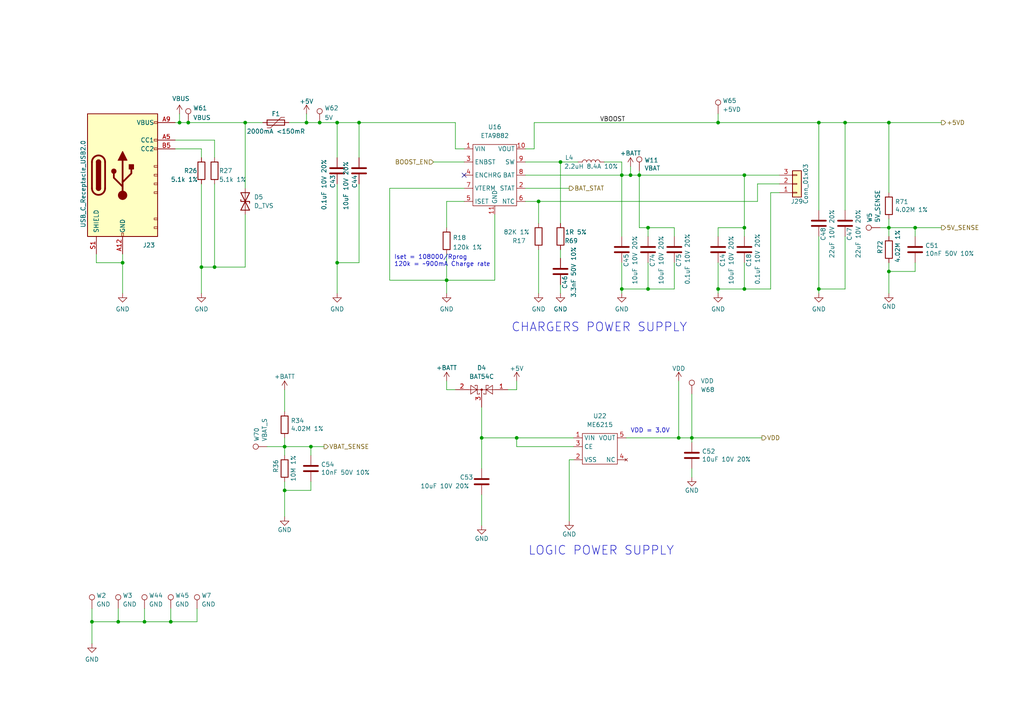
<source format=kicad_sch>
(kicad_sch (version 20230121) (generator eeschema)
  (paper "A4")
  (lib_symbols
    (symbol "Connector_Generic:Conn_01x03" (pin_names (offset 1.016) hide)
      (property "Reference" "J" (at 0 5.08 0))
      (property "Value" "Conn_01x03" (at 0 -5.08 0))
      (symbol "Conn_01x03_1_1"
        (rectangle (start -1.27 -2.413) (end 0 -2.667) (stroke (width 0.1524)))
        (rectangle (start -1.27 0.127) (end 0 -0.127) (stroke (width 0.1524)))
        (rectangle (start -1.27 2.667) (end 0 2.413) (stroke (width 0.1524)))
        (rectangle (start -1.27 3.81) (end 1.27 -3.81) (stroke (width 0.254)) (fill (type background)))
        (pin passive line (at -5.08 2.54 0) (length 3.81) (name "Pin_1") (number "1"))
        (pin passive line (at -5.08 0 0) (length 3.81) (name "Pin_2") (number "2"))
        (pin passive line (at -5.08 -2.54 0) (length 3.81) (name "Pin_3") (number "3"))
      )
    )
    (symbol "Device:C" (pin_numbers hide) (pin_names (offset 0.254))
      (property "Reference" "C" (at 0.635 2.54 0))
      (property "Value" "C" (at 0.635 -2.54 0))
      (symbol "C_0_1"
        (polyline (pts (xy -2.032 -0.762) (xy 2.032 -0.762)) (stroke (width 0.508)))
        (polyline (pts (xy -2.032 0.762) (xy 2.032 0.762)) (stroke (width 0.508)))
      )
      (symbol "C_1_1"
        (pin passive line (at 0 3.81 270) (length 2.794) (name "~") (number "1"))
        (pin passive line (at 0 -3.81 90) (length 2.794) (name "~") (number "2"))
      )
    )
    (symbol "Device:D_TVS" (pin_numbers hide) (pin_names (offset 1.016) hide)
      (property "Reference" "D" (at 0 2.54 0))
      (property "Value" "D_TVS" (at 0 -2.54 0))
      (symbol "D_TVS_0_1"
        (polyline (pts (xy 1.27 0) (xy -1.27 0)))
        (polyline (pts (xy 0.508 1.27) (xy 0 1.27) (xy 0 -1.27) (xy -0.508 -1.27)) (stroke (width 0.254)))
        (polyline (pts (xy -2.54 1.27) (xy -2.54 -1.27) (xy 2.54 1.27) (xy 2.54 -1.27) (xy -2.54 1.27)) (stroke (width 0.254)))
      )
      (symbol "D_TVS_1_1"
        (pin passive line (at -3.81 0 0) (length 2.54) (name "A1") (number "1"))
        (pin passive line (at 3.81 0 180) (length 2.54) (name "A2") (number "2"))
      )
    )
    (symbol "Device:L" (pin_numbers hide) (pin_names (offset 1.016) hide)
      (property "Reference" "L" (at -1.27 0 90))
      (property "Value" "L" (at 1.905 0 90))
      (symbol "L_0_1"
        (arc (start 0 -2.54) (mid 0.6323 -1.905) (end 0 -1.27))
        (arc (start 0 -1.27) (mid 0.6323 -0.635) (end 0 0))
        (arc (start 0 0) (mid 0.6323 0.635) (end 0 1.27))
        (arc (start 0 1.27) (mid 0.6323 1.905) (end 0 2.54))
      )
      (symbol "L_1_1"
        (pin passive line (at 0 3.81 270) (length 1.27) (name "1") (number "1"))
        (pin passive line (at 0 -3.81 90) (length 1.27) (name "2") (number "2"))
      )
    )
    (symbol "Device:Polyfuse" (pin_numbers hide) (pin_names (offset 0))
      (property "Reference" "F" (at -2.54 0 90))
      (property "Value" "Polyfuse" (at 2.54 0 90))
      (symbol "Polyfuse_0_1"
        (rectangle (start -0.762 2.54) (end 0.762 -2.54) (stroke (width 0.254)))
        (polyline (pts (xy 0 2.54) (xy 0 -2.54)))
        (polyline (pts (xy -1.524 2.54) (xy -1.524 1.524) (xy 1.524 -1.524) (xy 1.524 -2.54)))
      )
      (symbol "Polyfuse_1_1"
        (pin passive line (at 0 3.81 270) (length 1.27) (name "~") (number "1"))
        (pin passive line (at 0 -3.81 90) (length 1.27) (name "~") (number "2"))
      )
    )
    (symbol "Device:R" (pin_numbers hide) (pin_names (offset 0))
      (property "Reference" "R" (at 2.032 0 90))
      (property "Value" "R" (at 0 0 90))
      (symbol "R_0_1"
        (rectangle (start -1.016 -2.54) (end 1.016 2.54) (stroke (width 0.254)))
      )
      (symbol "R_1_1"
        (pin passive line (at 0 3.81 270) (length 1.27) (name "~") (number "1"))
        (pin passive line (at 0 -3.81 90) (length 1.27) (name "~") (number "2"))
      )
    )
    (symbol "Diode:BAT54C" (pin_names (offset 1.016))
      (property "Reference" "D" (at 0.635 -3.81 0))
      (property "Value" "BAT54C" (at -6.35 3.175 0))
      (symbol "BAT54C_0_1"
        (polyline (pts (xy -1.905 0) (xy 1.905 0)))
        (polyline (pts (xy -1.905 1.27) (xy -1.905 1.016)))
        (polyline (pts (xy -1.27 -1.27) (xy -0.635 -1.27)))
        (polyline (pts (xy -1.27 0) (xy -3.81 0)))
        (polyline (pts (xy -1.27 1.27) (xy -1.905 1.27)))
        (polyline (pts (xy -1.27 1.27) (xy -1.27 -1.27)))
        (polyline (pts (xy -0.635 -1.27) (xy -0.635 -1.016)))
        (polyline (pts (xy 0.635 -1.27) (xy 0.635 -1.016)))
        (polyline (pts (xy 1.27 -1.27) (xy 0.635 -1.27)))
        (polyline (pts (xy 1.27 1.27) (xy 1.27 -1.27)))
        (polyline (pts (xy 1.27 1.27) (xy 1.905 1.27)))
        (polyline (pts (xy 1.905 1.27) (xy 1.905 1.016)))
        (polyline (pts (xy 3.81 0) (xy 1.27 0)))
        (polyline (pts (xy -3.175 -1.27) (xy -3.175 1.27) (xy -1.27 0) (xy -3.175 -1.27)))
        (polyline (pts (xy 3.175 -1.27) (xy 3.175 1.27) (xy 1.27 0) (xy 3.175 -1.27)))
        (circle (center 0 0) (radius 0.254) (fill (type outline)))
      )
      (symbol "BAT54C_1_1"
        (pin passive line (at -7.62 0 0) (length 3.81) (name "~") (number "1"))
        (pin passive line (at 7.62 0 180) (length 3.81) (name "~") (number "2"))
        (pin passive line (at 0 -5.08 90) (length 5.08) (name "~") (number "3"))
      )
    )
    (symbol "Pixels-dice:ETA9882"
      (property "Reference" "U" (at -5.08 -17.78 0))
      (property "Value" "ETA9882" (at -10.16 2.54 0))
      (symbol "ETA9882_0_1"
        (rectangle (start -16.51 1.27) (end -3.81 -16.51))
      )
      (symbol "ETA9882_1_1"
        (pin power_in line (at -19.05 0 0) (length 2.54) (name "VIN") (number "1"))
        (pin power_out line (at -1.27 0 180) (length 2.54) (name "VOUT") (number "10"))
        (pin power_out line (at -10.16 -19.05 90) (length 2.54) (name "GND") (number "11"))
        (pin output line (at -1.27 -11.43 180) (length 2.54) (name "STAT") (number "2"))
        (pin input line (at -19.05 -3.81 0) (length 2.54) (name "ENBST") (number "3"))
        (pin input line (at -19.05 -7.62 0) (length 2.54) (name "ENCHRG") (number "4"))
        (pin output line (at -19.05 -15.24 0) (length 2.54) (name "ISET") (number "5"))
        (pin input line (at -1.27 -15.24 180) (length 2.54) (name "NTC") (number "6"))
        (pin input line (at -19.05 -11.43 0) (length 2.54) (name "VTERM") (number "7"))
        (pin power_in line (at -1.27 -7.62 180) (length 2.54) (name "BAT") (number "8"))
        (pin output line (at -1.27 -3.81 180) (length 2.54) (name "SW") (number "9"))
      )
    )
    (symbol "Pixels-dice:ME6215"
      (property "Reference" "U" (at 3.175 -6.35 0))
      (property "Value" "ME6215" (at 0 5.08 0))
      (symbol "ME6215_0_1"
        (rectangle (start -5.08 3.81) (end 5.08 -5.08))
      )
      (symbol "ME6215_1_1"
        (pin power_in line (at -7.62 2.54 0) (length 2.54) (name "VIN") (number "1"))
        (pin power_in line (at -7.62 -3.81 0) (length 2.54) (name "VSS") (number "2"))
        (pin input line (at -7.62 0 0) (length 2.54) (name "CE") (number "3"))
        (pin no_connect line (at 7.62 -3.81 180) (length 2.54) (name "NC") (number "4"))
        (pin power_out line (at 7.62 2.54 180) (length 2.54) (name "VOUT") (number "5"))
      )
    )
    (symbol "Pixels-dice:TEST_1P-conn" (pin_numbers hide) (pin_names (offset 0.762) hide)
      (property "Reference" "W" (at 0 6.858 0))
      (property "Value" "TEST_1P-conn" (at 0 5.08 0))
      (symbol "TEST_1P-conn_0_1"
        (circle (center 0 3.302) (radius 0.762))
      )
      (symbol "TEST_1P-conn_1_1"
        (pin passive line (at 0 0 90) (length 2.54) (name "1") (number "1"))
      )
    )
    (symbol "Pixels-dice:USB_C_Receptacle_USB2.0" (pin_names (offset 1.016))
      (property "Reference" "J" (at -10.16 19.05 0))
      (property "Value" "USB_C_Receptacle_USB2.0" (at 19.05 19.05 0))
      (symbol "USB_C_Receptacle_USB2.0_0_0"
        (rectangle (start -0.254 -17.78) (end 0.254 -16.764))
        (rectangle (start 10.16 -14.986) (end 9.144 -15.494))
        (rectangle (start 10.16 -12.446) (end 9.144 -12.954))
        (rectangle (start 10.16 -4.826) (end 9.144 -5.334))
        (rectangle (start 10.16 -2.286) (end 9.144 -2.794))
        (rectangle (start 10.16 0.254) (end 9.144 -0.254))
        (rectangle (start 10.16 2.794) (end 9.144 2.286))
        (rectangle (start 10.16 7.874) (end 9.144 7.366))
        (rectangle (start 10.16 10.414) (end 9.144 9.906))
        (rectangle (start 10.16 15.494) (end 9.144 14.986))
      )
      (symbol "USB_C_Receptacle_USB2.0_0_1"
        (rectangle (start -10.16 17.78) (end 10.16 -17.78) (stroke (width 0.254)) (fill (type background)))
        (arc (start -8.89 -3.81) (mid -6.985 -5.7067) (end -5.08 -3.81) (stroke (width 0.508)))
        (arc (start -7.62 -3.81) (mid -6.985 -4.4423) (end -6.35 -3.81) (stroke (width 0.254)))
        (arc (start -7.62 -3.81) (mid -6.985 -4.4423) (end -6.35 -3.81) (stroke (width 0.254)) (fill (type outline)))
        (rectangle (start -7.62 -3.81) (end -6.35 3.81) (stroke (width 0.254)) (fill (type outline)))
        (arc (start -6.35 3.81) (mid -6.985 4.4423) (end -7.62 3.81) (stroke (width 0.254)))
        (arc (start -6.35 3.81) (mid -6.985 4.4423) (end -7.62 3.81) (stroke (width 0.254)) (fill (type outline)))
        (arc (start -5.08 3.81) (mid -6.985 5.7067) (end -8.89 3.81) (stroke (width 0.508)))
        (circle (center -2.54 1.143) (radius 0.635) (stroke (width 0.254)) (fill (type outline)))
        (circle (center 0 -5.842) (radius 1.27) (fill (type outline)))
        (polyline (pts (xy -8.89 -3.81) (xy -8.89 3.81)) (stroke (width 0.508)))
        (polyline (pts (xy -5.08 3.81) (xy -5.08 -3.81)) (stroke (width 0.508)))
        (polyline (pts (xy 0 -5.842) (xy 0 4.318)) (stroke (width 0.508)))
        (polyline (pts (xy 0 -3.302) (xy -2.54 -0.762) (xy -2.54 0.508)) (stroke (width 0.508)))
        (polyline (pts (xy 0 -2.032) (xy 2.54 0.508) (xy 2.54 1.778)) (stroke (width 0.508)))
        (polyline (pts (xy -1.27 4.318) (xy 0 6.858) (xy 1.27 4.318) (xy -1.27 4.318)) (stroke (width 0.254)) (fill (type outline)))
        (rectangle (start 1.905 1.778) (end 3.175 3.048) (stroke (width 0.254)) (fill (type outline)))
      )
      (symbol "USB_C_Receptacle_USB2.0_1_1"
        (pin passive line (at 0 -22.86 90) (length 5.08) (name "GND") (number "A12"))
        (pin bidirectional line (at 15.24 10.16 180) (length 5.08) (name "CC1") (number "A5"))
        (pin passive line (at 15.24 15.24 180) (length 5.08) (name "VBUS") (number "A9"))
        (pin passive line (at 0 -22.86 90) (length 5.08) hide (name "GND") (number "B12"))
        (pin bidirectional line (at 15.24 7.62 180) (length 5.08) (name "CC2") (number "B5"))
        (pin passive line (at 15.24 15.24 180) (length 5.08) hide (name "VBUS") (number "B9"))
        (pin passive line (at -7.62 -22.86 90) (length 5.08) (name "SHIELD") (number "S1"))
      )
    )
    (symbol "power:+5V" (power) (pin_names (offset 0))
      (property "Value" "+5V" (at 0 3.556 0))
      (symbol "+5V_0_1"
        (polyline (pts (xy -0.762 1.27) (xy 0 2.54)))
        (polyline (pts (xy 0 0) (xy 0 2.54)))
        (polyline (pts (xy 0 2.54) (xy 0.762 1.27)))
      )
      (symbol "+5V_1_1"
        (pin power_in line (at 0 0 90) (length 0) hide (name "+5V") (number "1"))
      )
    )
    (symbol "power:+BATT" (power) (pin_names (offset 0))
      (property "Value" "+BATT" (at 0 3.556 0))
      (symbol "+BATT_0_1"
        (polyline (pts (xy -0.762 1.27) (xy 0 2.54)))
        (polyline (pts (xy 0 0) (xy 0 2.54)))
        (polyline (pts (xy 0 2.54) (xy 0.762 1.27)))
      )
      (symbol "+BATT_1_1"
        (pin power_in line (at 0 0 90) (length 0) hide (name "+BATT") (number "1"))
      )
    )
    (symbol "power:GND" (power) (pin_names (offset 0))
      (property "Value" "GND" (at 0 -3.81 0))
      (symbol "GND_0_1"
        (polyline (pts (xy 0 0) (xy 0 -1.27) (xy 1.27 -1.27) (xy 0 -2.54) (xy -1.27 -1.27) (xy 0 -1.27)))
      )
      (symbol "GND_1_1"
        (pin power_in line (at 0 0 270) (length 0) hide (name "GND") (number "1"))
      )
    )
    (symbol "power:VBUS" (power) (pin_names (offset 0))
      (property "Value" "VBUS" (at 0 3.81 0))
      (symbol "VBUS_0_1"
        (polyline (pts (xy -0.762 1.27) (xy 0 2.54)))
        (polyline (pts (xy 0 0) (xy 0 2.54)))
        (polyline (pts (xy 0 2.54) (xy 0.762 1.27)))
      )
      (symbol "VBUS_1_1"
        (pin power_in line (at 0 0 90) (length 0) hide (name "VBUS") (number "1"))
      )
    )
    (symbol "power:VDD" (power) (pin_names (offset 0))
      (property "Value" "VDD" (at 0 3.81 0))
      (symbol "VDD_0_1"
        (polyline (pts (xy -0.762 1.27) (xy 0 2.54)))
        (polyline (pts (xy 0 0) (xy 0 2.54)))
        (polyline (pts (xy 0 2.54) (xy 0.762 1.27)))
      )
      (symbol "VDD_1_1"
        (pin power_in line (at 0 0 90) (length 0) hide (name "VDD") (number "1"))
      )
    )
  )
  (junction (at 196.85 127))
  (junction (at 180.34 50.8))
  (junction (at 237.49 83.82))
  (junction (at 200.66 127))
  (junction (at 49.53 180.34))
  (junction (at 62.23 77.47))
  (junction (at 90.17 129.54))
  (junction (at 257.81 35.56))
  (junction (at 129.54 81.28))
  (junction (at 52.07 35.56))
  (junction (at 180.34 83.82))
  (junction (at 88.9 35.56))
  (junction (at 215.9 66.04))
  (junction (at 34.29 180.34))
  (junction (at 35.56 76.2))
  (junction (at 149.86 127))
  (junction (at 215.9 50.8))
  (junction (at 92.71 35.56))
  (junction (at 208.28 83.82))
  (junction (at 58.42 77.47))
  (junction (at 187.96 83.82))
  (junction (at 265.43 66.04))
  (junction (at 71.12 35.56))
  (junction (at 245.11 35.56))
  (junction (at 82.55 142.24))
  (junction (at 257.81 78.74))
  (junction (at 41.91 180.34))
  (junction (at 185.42 50.8))
  (junction (at 156.21 58.42))
  (junction (at 97.79 35.56))
  (junction (at 97.79 76.2))
  (junction (at 182.88 50.8))
  (junction (at 162.56 46.99))
  (junction (at 257.81 66.04))
  (junction (at 215.9 83.82))
  (junction (at 104.14 35.56))
  (junction (at 208.28 35.56))
  (junction (at 82.55 129.54))
  (junction (at 139.7 127))
  (junction (at 26.67 180.34))
  (junction (at 187.96 66.04))
  (junction (at 237.49 35.56))
  (junction (at 54.61 35.56))
  (no_connect (at 134.62 50.8))
  (wire (pts (xy 257.81 35.56) (xy 273.05 35.56)))
  (wire (pts (xy 52.07 33.02) (xy 52.07 35.56)))
  (wire (pts (xy 265.43 76.2) (xy 265.43 78.74)))
  (wire (pts (xy 62.23 53.34) (xy 62.23 77.47)))
  (wire (pts (xy 26.67 180.34) (xy 26.67 186.69)))
  (wire (pts (xy 195.58 76.2) (xy 195.58 83.82)))
  (wire (pts (xy 208.28 66.04) (xy 215.9 66.04)))
  (wire (pts (xy 219.71 53.34) (xy 226.06 53.34)))
  (wire (pts (xy 149.86 127) (xy 166.37 127)))
  (wire (pts (xy 265.43 66.04) (xy 265.43 68.58)))
  (wire (pts (xy 245.11 83.82) (xy 237.49 83.82)))
  (wire (pts (xy 180.34 46.99) (xy 180.34 50.8)))
  (wire (pts (xy 139.7 143.51) (xy 139.7 152.4)))
  (wire (pts (xy 185.42 50.8) (xy 215.9 50.8)))
  (wire (pts (xy 129.54 113.03) (xy 132.08 113.03)))
  (wire (pts (xy 265.43 66.04) (xy 273.05 66.04)))
  (wire (pts (xy 134.62 54.61) (xy 113.03 54.61)))
  (wire (pts (xy 165.1 133.35) (xy 165.1 151.13)))
  (wire (pts (xy 97.79 53.34) (xy 97.79 76.2)))
  (wire (pts (xy 97.79 35.56) (xy 97.79 45.72)))
  (wire (pts (xy 187.96 76.2) (xy 187.96 83.82)))
  (wire (pts (xy 35.56 73.66) (xy 35.56 76.2)))
  (wire (pts (xy 88.9 33.02) (xy 88.9 35.56)))
  (wire (pts (xy 223.52 55.88) (xy 226.06 55.88)))
  (wire (pts (xy 185.42 49.53) (xy 185.42 50.8)))
  (wire (pts (xy 90.17 142.24) (xy 82.55 142.24)))
  (wire (pts (xy 257.81 63.5) (xy 257.81 66.04)))
  (wire (pts (xy 185.42 66.04) (xy 185.42 50.8)))
  (wire (pts (xy 152.4 50.8) (xy 180.34 50.8)))
  (wire (pts (xy 82.55 113.03) (xy 82.55 119.38)))
  (wire (pts (xy 257.81 66.04) (xy 265.43 66.04)))
  (wire (pts (xy 113.03 54.61) (xy 113.03 81.28)))
  (wire (pts (xy 215.9 50.8) (xy 215.9 66.04)))
  (wire (pts (xy 71.12 62.23) (xy 71.12 77.47)))
  (wire (pts (xy 139.7 118.11) (xy 139.7 127)))
  (wire (pts (xy 223.52 55.88) (xy 223.52 83.82)))
  (wire (pts (xy 219.71 53.34) (xy 219.71 58.42)))
  (wire (pts (xy 58.42 43.18) (xy 58.42 45.72)))
  (wire (pts (xy 257.81 76.2) (xy 257.81 78.74)))
  (wire (pts (xy 62.23 77.47) (xy 58.42 77.47)))
  (wire (pts (xy 129.54 58.42) (xy 129.54 66.04)))
  (wire (pts (xy 245.11 35.56) (xy 257.81 35.56)))
  (wire (pts (xy 223.52 83.82) (xy 215.9 83.82)))
  (wire (pts (xy 27.94 76.2) (xy 35.56 76.2)))
  (wire (pts (xy 104.14 76.2) (xy 97.79 76.2)))
  (wire (pts (xy 162.56 46.99) (xy 162.56 64.77)))
  (wire (pts (xy 208.28 35.56) (xy 237.49 35.56)))
  (wire (pts (xy 26.67 180.34) (xy 34.29 180.34)))
  (wire (pts (xy 139.7 127) (xy 149.86 127)))
  (wire (pts (xy 104.14 35.56) (xy 104.14 45.72)))
  (wire (pts (xy 27.94 73.66) (xy 27.94 76.2)))
  (wire (pts (xy 90.17 139.7) (xy 90.17 142.24)))
  (wire (pts (xy 200.66 135.89) (xy 200.66 138.43)))
  (wire (pts (xy 200.66 127) (xy 200.66 128.27)))
  (wire (pts (xy 196.85 110.49) (xy 196.85 127)))
  (wire (pts (xy 104.14 35.56) (xy 132.08 35.56)))
  (wire (pts (xy 90.17 129.54) (xy 90.17 132.08)))
  (wire (pts (xy 77.47 129.54) (xy 82.55 129.54)))
  (wire (pts (xy 156.21 58.42) (xy 156.21 64.77)))
  (wire (pts (xy 181.61 127) (xy 196.85 127)))
  (wire (pts (xy 180.34 50.8) (xy 180.34 68.58)))
  (wire (pts (xy 97.79 76.2) (xy 97.79 85.09)))
  (wire (pts (xy 208.28 33.02) (xy 208.28 35.56)))
  (wire (pts (xy 149.86 110.49) (xy 149.86 113.03)))
  (wire (pts (xy 237.49 68.58) (xy 237.49 83.82)))
  (wire (pts (xy 182.88 48.26) (xy 182.88 50.8)))
  (wire (pts (xy 196.85 127) (xy 200.66 127)))
  (wire (pts (xy 208.28 68.58) (xy 208.28 66.04)))
  (wire (pts (xy 200.66 114.3) (xy 200.66 127)))
  (wire (pts (xy 82.55 129.54) (xy 90.17 129.54)))
  (wire (pts (xy 149.86 127) (xy 149.86 129.54)))
  (wire (pts (xy 215.9 66.04) (xy 215.9 68.58)))
  (wire (pts (xy 57.15 180.34) (xy 57.15 176.53)))
  (wire (pts (xy 187.96 83.82) (xy 195.58 83.82)))
  (wire (pts (xy 187.96 66.04) (xy 195.58 66.04)))
  (wire (pts (xy 162.56 46.99) (xy 167.64 46.99)))
  (wire (pts (xy 113.03 81.28) (xy 129.54 81.28)))
  (wire (pts (xy 215.9 76.2) (xy 215.9 83.82)))
  (wire (pts (xy 58.42 77.47) (xy 58.42 85.09)))
  (wire (pts (xy 92.71 35.56) (xy 97.79 35.56)))
  (wire (pts (xy 245.11 68.58) (xy 245.11 83.82)))
  (wire (pts (xy 129.54 73.66) (xy 129.54 81.28)))
  (wire (pts (xy 195.58 66.04) (xy 195.58 68.58)))
  (wire (pts (xy 154.94 35.56) (xy 208.28 35.56)))
  (wire (pts (xy 166.37 129.54) (xy 149.86 129.54)))
  (wire (pts (xy 187.96 68.58) (xy 187.96 66.04)))
  (wire (pts (xy 83.82 35.56) (xy 88.9 35.56)))
  (wire (pts (xy 257.81 78.74) (xy 257.81 85.09)))
  (wire (pts (xy 88.9 35.56) (xy 92.71 35.56)))
  (wire (pts (xy 50.8 40.64) (xy 62.23 40.64)))
  (wire (pts (xy 54.61 35.56) (xy 71.12 35.56)))
  (wire (pts (xy 132.08 35.56) (xy 132.08 43.18)))
  (wire (pts (xy 82.55 142.24) (xy 82.55 149.86)))
  (wire (pts (xy 237.49 35.56) (xy 237.49 60.96)))
  (wire (pts (xy 97.79 35.56) (xy 104.14 35.56)))
  (wire (pts (xy 104.14 53.34) (xy 104.14 76.2)))
  (wire (pts (xy 219.71 58.42) (xy 156.21 58.42)))
  (wire (pts (xy 34.29 180.34) (xy 34.29 176.53)))
  (wire (pts (xy 129.54 110.49) (xy 129.54 113.03)))
  (wire (pts (xy 82.55 139.7) (xy 82.55 142.24)))
  (wire (pts (xy 71.12 35.56) (xy 71.12 54.61)))
  (wire (pts (xy 185.42 66.04) (xy 187.96 66.04)))
  (wire (pts (xy 132.08 43.18) (xy 134.62 43.18)))
  (wire (pts (xy 154.94 35.56) (xy 154.94 43.18)))
  (wire (pts (xy 50.8 35.56) (xy 52.07 35.56)))
  (wire (pts (xy 257.81 66.04) (xy 257.81 68.58)))
  (wire (pts (xy 41.91 180.34) (xy 49.53 180.34)))
  (wire (pts (xy 156.21 72.39) (xy 156.21 85.09)))
  (wire (pts (xy 71.12 35.56) (xy 76.2 35.56)))
  (wire (pts (xy 125.73 46.99) (xy 134.62 46.99)))
  (wire (pts (xy 129.54 81.28) (xy 143.51 81.28)))
  (wire (pts (xy 237.49 83.82) (xy 237.49 85.09)))
  (wire (pts (xy 215.9 50.8) (xy 226.06 50.8)))
  (wire (pts (xy 180.34 76.2) (xy 180.34 83.82)))
  (wire (pts (xy 49.53 180.34) (xy 57.15 180.34)))
  (wire (pts (xy 26.67 176.53) (xy 26.67 180.34)))
  (wire (pts (xy 41.91 180.34) (xy 41.91 176.53)))
  (wire (pts (xy 50.8 43.18) (xy 58.42 43.18)))
  (wire (pts (xy 162.56 82.55) (xy 162.56 85.09)))
  (wire (pts (xy 71.12 77.47) (xy 62.23 77.47)))
  (wire (pts (xy 149.86 113.03) (xy 147.32 113.03)))
  (wire (pts (xy 143.51 62.23) (xy 143.51 81.28)))
  (wire (pts (xy 257.81 35.56) (xy 257.81 55.88)))
  (wire (pts (xy 152.4 54.61) (xy 165.1 54.61)))
  (wire (pts (xy 129.54 58.42) (xy 134.62 58.42)))
  (wire (pts (xy 175.26 46.99) (xy 180.34 46.99)))
  (wire (pts (xy 62.23 40.64) (xy 62.23 45.72)))
  (wire (pts (xy 215.9 83.82) (xy 208.28 83.82)))
  (wire (pts (xy 255.27 66.04) (xy 257.81 66.04)))
  (wire (pts (xy 265.43 78.74) (xy 257.81 78.74)))
  (wire (pts (xy 49.53 180.34) (xy 49.53 176.53)))
  (wire (pts (xy 139.7 135.89) (xy 139.7 127)))
  (wire (pts (xy 154.94 43.18) (xy 152.4 43.18)))
  (wire (pts (xy 180.34 50.8) (xy 182.88 50.8)))
  (wire (pts (xy 52.07 35.56) (xy 54.61 35.56)))
  (wire (pts (xy 165.1 133.35) (xy 166.37 133.35)))
  (wire (pts (xy 35.56 76.2) (xy 35.56 85.09)))
  (wire (pts (xy 208.28 83.82) (xy 208.28 85.09)))
  (wire (pts (xy 182.88 50.8) (xy 185.42 50.8)))
  (wire (pts (xy 200.66 127) (xy 220.98 127)))
  (wire (pts (xy 58.42 53.34) (xy 58.42 77.47)))
  (wire (pts (xy 82.55 127) (xy 82.55 129.54)))
  (wire (pts (xy 82.55 129.54) (xy 82.55 132.08)))
  (wire (pts (xy 90.17 129.54) (xy 93.98 129.54)))
  (wire (pts (xy 152.4 46.99) (xy 162.56 46.99)))
  (wire (pts (xy 245.11 35.56) (xy 245.11 60.96)))
  (wire (pts (xy 34.29 180.34) (xy 41.91 180.34)))
  (wire (pts (xy 129.54 81.28) (xy 129.54 85.09)))
  (wire (pts (xy 162.56 72.39) (xy 162.56 74.93)))
  (wire (pts (xy 152.4 58.42) (xy 156.21 58.42)))
  (wire (pts (xy 180.34 83.82) (xy 187.96 83.82)))
  (wire (pts (xy 237.49 35.56) (xy 245.11 35.56)))
  (wire (pts (xy 180.34 83.82) (xy 180.34 85.09)))
  (wire (pts (xy 208.28 76.2) (xy 208.28 83.82)))
  (text "CHARGERS POWER SUPPLY" (at 199.39 96.52 0) (effects (font (size 2.54 2.54)) (justify right bottom)))
  (text "VDD = 3.0V" (at 194.31 125.73 0) (effects (font (size 1.27 1.27)) (justify right bottom)))
  (text "Iset = 108000/Rprog\n120k = ~900mA Charge rate" (at 114.3 77.47 0) (effects (font (size 1.27 1.27)) (justify left bottom)))
  (text "LOGIC POWER SUPPLY" (at 195.58 161.29 0) (effects (font (size 2.54 2.54)) (justify right bottom)))
  (label "VBOOST" (at 173.99 35.56 0))
  (hierarchical_label "VDD" (shape output) (at 220.98 127 0))
  (hierarchical_label "VBAT_SENSE" (shape output) (at 93.98 129.54 0))
  (hierarchical_label "5V_SENSE" (shape output) (at 273.05 66.04 0))
  (hierarchical_label "BAT_STAT" (shape output) (at 165.1 54.61 0))
  (hierarchical_label "+5VD" (shape output) (at 273.05 35.56 0))
  (hierarchical_label "BOOST_EN" (shape input) (at 125.73 46.99 180))
  (symbol (lib_id "power:GND") (at 180.34 85.09 0) (unit 1)
    (property "Reference" "#PWR0104" (effects hide))
    (property "Value" "GND" (at 180.34 89.6525 0))
  )
  (symbol (lib_id "Pixels-dice:TEST_1P-conn") (at 208.28 33.02 0) (unit 1)
    (property "Reference" "W65" (at 209.55 29.21 0) (effects (justify left)))
    (property "Value" "+5VD" (at 209.55 31.75 0) (effects (justify left)))
    (property "Footprint" "Pixels-dice:TestPoint_1.5x1.5_Drill0.9mm" (effects hide))
  )
  (symbol (lib_id "Device:C") (at 180.34 72.39 0) (unit 1)
    (property "Reference" "C45" (at 181.61 77.47 90) (effects (justify left)))
    (property "Value" "10uF 10V 20%" (at 184.15 82.55 90) (effects (justify left)))
    (property "Footprint" "Capacitor_SMD:C_0603_1608Metric" (effects hide))
    (property "Generic OK" "YES" (effects hide))
    (property "Manufacturer" "Murata" (effects hide))
    (property "Manufacturer Part Number" "GRM188R61A106ME69D" (effects hide))
  )
  (symbol (lib_id "power:+5V") (at 88.9 33.02 0) (unit 1)
    (property "Reference" "#PWR059" (effects hide))
    (property "Value" "+5V" (at 88.9 29.4155 0))
  )
  (symbol (lib_id "power:+5V") (at 149.86 110.49 0) (unit 1)
    (property "Reference" "#PWR085" (effects hide))
    (property "Value" "+5V" (at 149.86 106.8855 0))
  )
  (symbol (lib_id "Pixels-dice:TEST_1P-conn") (at 92.71 35.56 0) (unit 1)
    (property "Reference" "W62" (at 94.107 31.3495 0) (effects (justify left)))
    (property "Value" "5V" (at 94.107 34.1246 0) (effects (justify left)))
    (property "Footprint" "Pixels-dice:TEST_PIN" (effects hide))
  )
  (symbol (lib_id "power:+BATT") (at 82.55 113.03 0) (unit 1)
    (property "Reference" "#PWR081" (effects hide))
    (property "Value" "+BATT" (at 82.55 109.22 0))
  )
  (symbol (lib_id "Pixels-dice:TEST_1P-conn") (at 54.61 35.56 0) (unit 1)
    (property "Reference" "W61" (at 56.007 31.3495 0) (effects (justify left)))
    (property "Value" "VBUS" (at 56.007 34.1246 0) (effects (justify left)))
    (property "Footprint" "Pixels-dice:TestPoint_1.5x1.5_Drill0.9mm" (effects hide))
  )
  (symbol (lib_id "Device:Polyfuse") (at 80.01 35.56 90) (unit 1)
    (property "Reference" "F1" (at 80.01 33.02 90))
    (property "Value" "2000mA <150mR" (at 80.01 38.1 90))
    (property "Footprint" "Fuse:Fuse_1210_3225Metric" (effects hide))
    (property "Manufacturer" "Shenzhen JDT Fuse" (effects hide))
    (property "Manufacturer Part Number" "ASMD1210-110-16V" (effects hide))
    (property "Generic OK" "YES" (effects hide))
  )
  (symbol (lib_id "Device:R") (at 58.42 49.53 180) (unit 1)
    (property "Reference" "R26" (at 53.34 49.53 0) (effects (justify right)))
    (property "Value" "5.1k 1%" (at 49.53 52.07 0) (effects (justify right)))
    (property "Footprint" "Resistor_SMD:R_0402_1005Metric" (effects hide))
    (property "LCSC Part Number" "C25905" (effects hide))
    (property "Manufacturer" "UNI-ROYAL(Uniroyal Elec)" (effects hide))
    (property "Manufacturer Part Number" "0402WGF5101TCE" (effects hide))
    (property "Generic OK" "YES" (effects hide))
  )
  (symbol (lib_id "Device:C") (at 195.58 72.39 0) (unit 1)
    (property "Reference" "C75" (at 196.85 77.47 90) (effects (justify left)))
    (property "Value" "0.1uF 10V 20%" (at 199.39 82.55 90) (effects (justify left)))
    (property "Footprint" "Capacitor_SMD:C_0402_1005Metric" (effects hide))
    (property "Generic OK" "YES" (effects hide))
    (property "Manufacturer" "Murata" (effects hide))
    (property "Manufacturer Part Number" "GRM155R61H104KE19D" (effects hide))
  )
  (symbol (lib_id "power:GND") (at 58.42 85.09 0) (unit 1)
    (property "Reference" "#PWR065" (effects hide))
    (property "Value" "GND" (at 58.42 89.6525 0))
  )
  (symbol (lib_id "Device:R") (at 62.23 49.53 180) (unit 1)
    (property "Reference" "R27" (at 63.5 49.53 0) (effects (justify right)))
    (property "Value" "5.1k 1%" (at 63.5 52.07 0) (effects (justify right)))
    (property "Footprint" "Resistor_SMD:R_0402_1005Metric" (effects hide))
    (property "LCSC Part Number" "C25905" (effects hide))
    (property "Manufacturer" "UNI-ROYAL(Uniroyal Elec)" (effects hide))
    (property "Manufacturer Part Number" "0402WGF5101TCE" (effects hide))
    (property "Generic OK" "YES" (effects hide))
  )
  (symbol (lib_id "Pixels-dice:TEST_1P-conn") (at 34.29 176.53 0) (unit 1)
    (property "Reference" "W3" (at 35.56 172.72 0) (effects (justify left)))
    (property "Value" "GND" (at 35.56 175.26 0) (effects (justify left)))
    (property "Footprint" "Pixels-dice:TestPoint_1.5x1.5_Drill0.9mm" (effects hide))
  )
  (symbol (lib_id "power:VBUS") (at 52.07 33.02 0) (unit 1)
    (property "Reference" "#PWR058" (effects hide))
    (property "Value" "VBUS" (at 52.451 28.6258 0))
  )
  (symbol (lib_id "Device:L") (at 171.45 46.99 90) (unit 1)
    (property "Reference" "L4" (at 165.1 45.72 90))
    (property "Value" "2.2uH 8.4A 10%" (at 171.45 48.26 90))
    (property "Footprint" "Pixels-dice:SPM6530" (effects hide))
    (property "Generic OK" "YES" (effects hide))
    (property "Manufacturer" "TDK" (effects hide))
    (property "Manufacturer Part Number" "SPM6530T-2R2M" (effects hide))
    (property "LCSC Part Number" "C76857" (effects hide))
  )
  (symbol (lib_id "power:GND") (at 97.79 85.09 0) (unit 1)
    (property "Reference" "#PWR067" (effects hide))
    (property "Value" "GND" (at 97.79 89.6525 0))
  )
  (symbol (lib_id "Device:C") (at 162.56 78.74 0) (unit 1)
    (property "Reference" "C46" (at 163.83 83.82 90) (effects (justify left)))
    (property "Value" "3.3nF 50V 10%" (at 166.37 86.36 90) (effects (justify left)))
    (property "Footprint" "Capacitor_SMD:C_0402_1005Metric" (effects hide))
    (property "Generic OK" "YES" (effects hide))
    (property "Pixels Part Number" "SMD-C007" (effects hide))
    (property "Manufacturer" "Murata" (effects hide))
    (property "Manufacturer Part Number" "GRM155R71H332KA01D" (effects hide))
  )
  (symbol (lib_id "Pixels-dice:USB_C_Receptacle_USB2.0") (at 35.56 50.8 0) (unit 1)
    (property "Reference" "J23" (at 43.18 71.12 0))
    (property "Value" "USB_C_Receptacle_USB2.0" (at 24.13 53.34 90))
    (property "Footprint" "Pixels-dice:USB-C-SMD_10P-P1.00-L6.8-W8.9_V1.1" (effects hide))
    (property "Datasheet" "https://www.usb.org/sites/default/files/documents/usb_type-c.zip" (effects hide))
    (property "LCSC Part Number" "C283540" (effects hide))
    (property "Manufacturer" "Korean Hroparts Elec" (effects hide))
    (property "Manufacturer Part Number" "TYPE-C-31-M-17" (effects hide))
    (property "Generic OK" "NO" (effects hide))
  )
  (symbol (lib_id "Device:C") (at 237.49 64.77 0) (unit 1)
    (property "Reference" "C48" (at 238.76 69.85 90) (effects (justify left)))
    (property "Value" "22uF 10V 20%" (at 241.3 74.93 90) (effects (justify left)))
    (property "Footprint" "Capacitor_SMD:C_0805_2012Metric" (effects hide))
    (property "Manufacturer" "Murata" (effects hide))
    (property "Manufacturer Part Number" "GRM21BR61A226ME51L" (effects hide))
    (property "Generic OK" "YES" (effects hide))
  )
  (symbol (lib_id "power:GND") (at 26.67 186.69 0) (unit 1)
    (property "Reference" "#PWR010" (effects hide))
    (property "Value" "GND" (at 26.67 191.2525 0))
  )
  (symbol (lib_id "Pixels-dice:TEST_1P-conn") (at 26.67 176.53 0) (unit 1)
    (property "Reference" "W2" (at 27.94 172.72 0) (effects (justify left)))
    (property "Value" "GND" (at 27.94 175.26 0) (effects (justify left)))
    (property "Footprint" "Pixels-dice:TestPoint_1.5x1.5_Drill0.9mm" (effects hide))
  )
  (symbol (lib_id "Pixels-dice:TEST_1P-conn") (at 200.66 114.3 0) (unit 1)
    (property "Reference" "W68" (at 203.2 113.03 0) (effects (justify left)))
    (property "Value" "VDD" (at 203.2 110.49 0) (effects (justify left)))
    (property "Footprint" "Pixels-dice:TestPoint_1.5x1.5_Drill0.9mm" (effects hide))
  )
  (symbol (lib_id "Pixels-dice:TEST_1P-conn") (at 255.27 66.04 90) (unit 1)
    (property "Reference" "W5" (at 252.222 64.5668 0) (effects (justify left)))
    (property "Value" "5V_SENSE" (at 254.5334 64.5668 0) (effects (justify left)))
    (property "Footprint" "Pixels-dice:TestPoint_1.5x1.5_Drill0.9mm" (effects hide))
  )
  (symbol (lib_id "Pixels-dice:ETA9882") (at 153.67 43.18 0) (unit 1)
    (property "Reference" "U16" (at 143.51 36.83 0))
    (property "Value" "ETA9882" (at 143.51 39.37 0))
    (property "Footprint" "Pixels-dice:ESSOP10" (effects hide))
    (property "Manufacturer" "ETA Semiconductor Limited" (effects hide))
    (property "Manufacturer Part Number" "ETA9882E10" (effects hide))
  )
  (symbol (lib_id "Device:C") (at 200.66 132.08 0) (unit 1)
    (property "Reference" "C52" (at 203.581 130.9116 0) (effects (justify left)))
    (property "Value" "10uF 10V 20%" (at 203.581 133.223 0) (effects (justify left)))
    (property "Footprint" "Capacitor_SMD:C_0603_1608Metric" (effects hide))
    (property "Generic OK" "YES" (effects hide))
    (property "Pixels Part Number" "SMD-C002" (effects hide))
    (property "Manufacturer" "Murata" (effects hide))
    (property "Manufacturer Part Number" "GRM188R61A106ME69D" (effects hide))
  )
  (symbol (lib_id "Device:C") (at 90.17 135.89 0) (unit 1)
    (property "Reference" "C54" (at 93.091 134.7216 0) (effects (justify left)))
    (property "Value" "10nF 50V 10%" (at 93.091 137.033 0) (effects (justify left)))
    (property "Footprint" "Capacitor_SMD:C_0402_1005Metric" (effects hide))
    (property "Generic OK" "YES" (effects hide))
    (property "Pixels Part Number" "SMD-C009" (effects hide))
    (property "Manufacturer" "Murata" (effects hide))
    (property "Manufacturer Part Number" "GRM155R71H103KA88D" (effects hide))
    (property "LCSC Part Number" "C2175791" (effects hide))
  )
  (symbol (lib_id "Diode:BAT54C") (at 139.7 113.03 0) (mirror y) (unit 1)
    (property "Reference" "D4" (at 139.7 106.68 0))
    (property "Value" "BAT54C" (at 139.7 109.22 0))
    (property "Footprint" "Package_TO_SOT_SMD:SOT-23" (effects hide))
    (property "Datasheet" "http://www.diodes.com/_files/datasheets/ds11005.pdf" (effects hide))
    (property "Generic OK" "YES" (effects hide))
    (property "LCSC Part Number" "C37704" (effects hide))
    (property "Manufacturer" "Nexperia" (effects hide))
    (property "Manufacturer Part Number" "BAT54C,215" (effects hide))
  )
  (symbol (lib_id "Device:C") (at 97.79 49.53 0) (unit 1)
    (property "Reference" "C43" (at 96.52 54.61 90) (effects (justify left)))
    (property "Value" "0.1uF 10V 20%" (at 93.98 60.96 90) (effects (justify left)))
    (property "Footprint" "Capacitor_SMD:C_0402_1005Metric" (effects hide))
    (property "LCSC Part Number" "C2168305" (effects hide))
    (property "Manufacturer" "Murata" (effects hide))
    (property "Manufacturer Part Number" "GRM155R61H104KE19D" (effects hide))
    (property "Generic OK" "YES" (effects hide))
  )
  (symbol (lib_id "Pixels-dice:TEST_1P-conn") (at 57.15 176.53 0) (unit 1)
    (property "Reference" "W7" (at 58.42 172.72 0) (effects (justify left)))
    (property "Value" "GND" (at 58.42 175.26 0) (effects (justify left)))
    (property "Footprint" "Pixels-dice:TestPoint_1.5x1.5_Drill0.9mm" (effects hide))
  )
  (symbol (lib_id "Pixels-dice:TEST_1P-conn") (at 41.91 176.53 0) (unit 1)
    (property "Reference" "W44" (at 43.18 172.72 0) (effects (justify left)))
    (property "Value" "GND" (at 43.18 175.26 0) (effects (justify left)))
    (property "Footprint" "Pixels-dice:TestPoint_1.5x1.5_Drill0.9mm" (effects hide))
  )
  (symbol (lib_id "Pixels-dice:TEST_1P-conn") (at 185.42 49.53 0) (unit 1)
    (property "Reference" "W11" (at 186.8932 46.482 0) (effects (justify left)))
    (property "Value" "VBAT" (at 186.8932 48.7934 0) (effects (justify left)))
    (property "Footprint" "Pixels-dice:TestPoint_1.5x1.5_Drill0.9mm" (effects hide))
  )
  (symbol (lib_id "power:GND") (at 35.56 85.09 0) (unit 1)
    (property "Reference" "#PWR064" (effects hide))
    (property "Value" "GND" (at 35.56 89.6525 0))
  )
  (symbol (lib_id "Device:C") (at 187.96 72.39 0) (unit 1)
    (property "Reference" "C74" (at 189.23 77.47 90) (effects (justify left)))
    (property "Value" "10uF 10V 20%" (at 191.77 82.55 90) (effects (justify left)))
    (property "Footprint" "Capacitor_SMD:C_0603_1608Metric" (effects hide))
    (property "Generic OK" "YES" (effects hide))
    (property "Manufacturer" "Murata" (effects hide))
    (property "Manufacturer Part Number" "GRM188R61A106ME69D" (effects hide))
  )
  (symbol (lib_id "Connector_Generic:Conn_01x03") (at 231.14 53.34 0) (mirror x) (unit 1)
    (property "Reference" "J29" (at 231.14 58.42 0))
    (property "Value" "Conn_01x03" (at 233.68 53.34 90))
    (property "Footprint" "Pixels-dice:BAT_SMT_3" (effects hide))
    (property "Manufacturer" "ZH CONNECTOR" (effects hide))
    (property "Manufacturer Part Number" "S3B-ZR-SM4A-TF" (effects hide))
  )
  (symbol (lib_id "Device:R") (at 162.56 68.58 180) (unit 1)
    (property "Reference" "R69" (at 167.64 69.85 0) (effects (justify left)))
    (property "Value" "1R 5%" (at 170.18 67.31 0) (effects (justify left)))
    (property "Footprint" "Resistor_SMD:R_0402_1005Metric" (effects hide))
    (property "Generic OK" "YES" (effects hide))
    (property "Pixels Part Number" "SMD-R006" (effects hide))
    (property "Manufacturer" "UNI-ROYAL(Uniroyal Elec)" (effects hide))
    (property "Manufacturer Part Number" "0402WGJ010JTCE" (effects hide))
  )
  (symbol (lib_id "Device:C") (at 104.14 49.53 0) (unit 1)
    (property "Reference" "C44" (at 102.87 54.61 90) (effects (justify left)))
    (property "Value" "10uF 10V 20%" (at 100.33 60.96 90) (effects (justify left)))
    (property "Footprint" "Capacitor_SMD:C_0603_1608Metric" (effects hide))
    (property "Manufacturer" "Murata" (effects hide))
    (property "Manufacturer Part Number" "GRM188R61A106ME69D" (effects hide))
    (property "Generic OK" "YES" (effects hide))
  )
  (symbol (lib_id "power:GND") (at 165.1 151.13 0) (unit 1)
    (property "Reference" "#PWR084" (effects hide))
    (property "Value" "GND" (at 165.1 154.94 0))
  )
  (symbol (lib_id "Device:R") (at 257.81 72.39 0) (unit 1)
    (property "Reference" "R72" (at 255.27 73.66 90) (effects (justify left)))
    (property "Value" "4.02M 1%" (at 260.35 76.2 90) (effects (justify left)))
    (property "Footprint" "Resistor_SMD:R_0402_1005Metric" (effects hide))
    (property "Generic OK" "YES" (effects hide))
    (property "Pixels Part Number" "SMD-R003" (effects hide))
    (property "Manufacturer" "UNI-ROYAL(Uniroyal Elec)" (effects hide))
    (property "Manufacturer Part Number" "0402WGF4024TCE" (effects hide))
    (property "LCSC Part Number" "C423177" (effects hide))
  )
  (symbol (lib_id "Device:R") (at 129.54 69.85 0) (unit 1)
    (property "Reference" "R18" (at 131.318 68.9415 0) (effects (justify left)))
    (property "Value" "120k 1%" (at 131.318 71.7166 0) (effects (justify left)))
    (property "Footprint" "Resistor_SMD:R_0402_1005Metric" (effects hide))
    (property "Manufacturer" "UNI-ROYAL(Uniroyal Elec)" (effects hide))
    (property "Manufacturer Part Number" "0402WGF1203TCE" (effects hide))
    (property "Generic OK" "YES" (effects hide))
  )
  (symbol (lib_id "Device:C") (at 139.7 139.7 0) (unit 1)
    (property "Reference" "C53" (at 133.35 138.43 0) (effects (justify left)))
    (property "Value" "10uF 10V 20%" (at 121.92 140.97 0) (effects (justify left)))
    (property "Footprint" "Capacitor_SMD:C_0603_1608Metric" (effects hide))
    (property "Generic OK" "YES" (effects hide))
    (property "Pixels Part Number" "SMD-C002" (effects hide))
    (property "Manufacturer" "Murata" (effects hide))
    (property "Manufacturer Part Number" "GRM188R61A106ME69D" (effects hide))
  )
  (symbol (lib_id "power:+BATT") (at 182.88 48.26 0) (unit 1)
    (property "Reference" "#PWR028" (effects hide))
    (property "Value" "+BATT" (at 182.88 44.45 0))
  )
  (symbol (lib_id "power:GND") (at 82.55 149.86 0) (unit 1)
    (property "Reference" "#PWR086" (effects hide))
    (property "Value" "GND" (at 82.55 153.67 0))
  )
  (symbol (lib_id "power:GND") (at 129.54 85.09 0) (unit 1)
    (property "Reference" "#PWR035" (effects hide))
    (property "Value" "GND" (at 129.54 89.6525 0))
  )
  (symbol (lib_id "Device:R") (at 156.21 68.58 180) (unit 1)
    (property "Reference" "R17" (at 148.59 69.85 0) (effects (justify right)))
    (property "Value" "82K 1%" (at 146.05 67.31 0) (effects (justify right)))
    (property "Footprint" "Resistor_SMD:R_0402_1005Metric" (effects hide))
    (property "Generic OK" "YES" (effects hide))
    (property "Manufacturer" "UNI-ROYAL(Uniroyal Elec)" (effects hide))
    (property "Manufacturer Part Number" "0402WGF8202TCE" (effects hide))
  )
  (symbol (lib_id "Pixels-dice:TEST_1P-conn") (at 49.53 176.53 0) (unit 1)
    (property "Reference" "W45" (at 50.8 172.72 0) (effects (justify left)))
    (property "Value" "GND" (at 50.8 175.26 0) (effects (justify left)))
    (property "Footprint" "Pixels-dice:TestPoint_1.5x1.5_Drill0.9mm" (effects hide))
  )
  (symbol (lib_id "power:GND") (at 200.66 138.43 0) (unit 1)
    (property "Reference" "#PWR082" (effects hide))
    (property "Value" "GND" (at 200.66 142.24 0))
  )
  (symbol (lib_id "power:VDD") (at 196.85 110.49 0) (unit 1)
    (property "Reference" "#PWR080" (effects hide))
    (property "Value" "VDD" (at 196.85 106.8855 0))
  )
  (symbol (lib_id "Device:D_TVS") (at 71.12 58.42 90) (unit 1)
    (property "Reference" "D5" (at 73.66 57.1499 90) (effects (justify right)))
    (property "Value" "D_TVS" (at 73.66 59.6899 90) (effects (justify right)))
    (property "Footprint" "Pixels-dice:DFN" (effects hide))
    (property "Manufacturer" "Leiditech" (effects hide))
    (property "Manufacturer Part Number" "LXES1UTAA1-157" (effects hide))
  )
  (symbol (lib_id "power:GND") (at 162.56 85.09 0) (unit 1)
    (property "Reference" "#PWR078" (effects hide))
    (property "Value" "GND" (at 162.56 89.6525 0))
  )
  (symbol (lib_id "Pixels-dice:ME6215") (at 173.99 129.54 0) (unit 1)
    (property "Reference" "U22" (at 173.99 120.65 0))
    (property "Value" "ME6215" (at 173.99 123.19 0))
    (property "Footprint" "Pixels-dice:SOT-23-5" (effects hide))
    (property "Generic OK" "NO" (effects hide))
    (property "Manufacturer" "MICRONE(Nanjing Micro One Elec)" (effects hide))
    (property "Manufacturer Part Number" "ME6215C30M5G" (effects hide))
  )
  (symbol (lib_id "power:GND") (at 237.49 85.09 0) (unit 1)
    (property "Reference" "#PWR031" (effects hide))
    (property "Value" "GND" (at 237.49 89.6525 0))
  )
  (symbol (lib_id "Device:R") (at 257.81 59.69 0) (unit 1)
    (property "Reference" "R71" (at 259.588 58.5216 0) (effects (justify left)))
    (property "Value" "4.02M 1%" (at 259.588 60.833 0) (effects (justify left)))
    (property "Footprint" "Resistor_SMD:R_0402_1005Metric" (effects hide))
    (property "Generic OK" "YES" (effects hide))
    (property "Pixels Part Number" "SMD-R003" (effects hide))
    (property "Manufacturer" "UNI-ROYAL(Uniroyal Elec)" (effects hide))
    (property "Manufacturer Part Number" "0402WGF4024TCE" (effects hide))
    (property "LCSC Part Number" "C423177" (effects hide))
  )
  (symbol (lib_id "power:+BATT") (at 129.54 110.49 0) (unit 1)
    (property "Reference" "#PWR038" (effects hide))
    (property "Value" "+BATT" (at 129.54 106.68 0))
  )
  (symbol (lib_id "Pixels-dice:TEST_1P-conn") (at 77.47 129.54 90) (unit 1)
    (property "Reference" "W70" (at 74.422 128.0668 0) (effects (justify left)))
    (property "Value" "VBAT_S" (at 76.7334 128.0668 0) (effects (justify left)))
    (property "Footprint" "Pixels-dice:TEST_PIN" (effects hide))
  )
  (symbol (lib_id "Device:C") (at 208.28 72.39 0) (unit 1)
    (property "Reference" "C14" (at 209.55 77.47 90) (effects (justify left)))
    (property "Value" "10uF 10V 20%" (at 212.09 82.55 90) (effects (justify left)))
    (property "Footprint" "Capacitor_SMD:C_0603_1608Metric" (effects hide))
    (property "Generic OK" "YES" (effects hide))
    (property "Manufacturer" "Murata" (effects hide))
    (property "Manufacturer Part Number" "GRM188R61A106ME69D" (effects hide))
  )
  (symbol (lib_id "Device:R") (at 82.55 123.19 0) (unit 1)
    (property "Reference" "R34" (at 84.328 122.0216 0) (effects (justify left)))
    (property "Value" "4.02M 1%" (at 84.328 124.333 0) (effects (justify left)))
    (property "Footprint" "Resistor_SMD:R_0402_1005Metric" (effects hide))
    (property "Generic OK" "YES" (effects hide))
    (property "Pixels Part Number" "SMD-R003" (effects hide))
    (property "Manufacturer" "UNI-ROYAL(Uniroyal Elec)" (effects hide))
    (property "Manufacturer Part Number" "0402WGF4024TCE" (effects hide))
    (property "LCSC Part Number" "C423177" (effects hide))
  )
  (symbol (lib_id "Device:C") (at 245.11 64.77 0) (unit 1)
    (property "Reference" "C47" (at 246.38 69.85 90) (effects (justify left)))
    (property "Value" "22uF 10V 20%" (at 248.92 74.93 90) (effects (justify left)))
    (property "Footprint" "Capacitor_SMD:C_0805_2012Metric" (effects hide))
    (property "Manufacturer" "Murata" (effects hide))
    (property "Manufacturer Part Number" "GRM21BR61A226ME51L" (effects hide))
    (property "Generic OK" "YES" (effects hide))
  )
  (symbol (lib_id "Device:R") (at 82.55 135.89 0) (unit 1)
    (property "Reference" "R36" (at 80.01 137.16 90) (effects (justify left)))
    (property "Value" "10M 1%" (at 85.09 139.7 90) (effects (justify left)))
    (property "Footprint" "Resistor_SMD:R_0402_1005Metric" (effects hide))
    (property "Generic OK" "YES" (effects hide))
    (property "Pixels Part Number" "SMD-R004" (effects hide))
    (property "Manufacturer" "UNI-ROYAL(Uniroyal Elec)" (effects hide))
    (property "Manufacturer Part Number" "0402WGF1005TCE" (effects hide))
    (property "LCSC Part Number" "C26082" (effects hide))
  )
  (symbol (lib_id "power:GND") (at 156.21 85.09 0) (unit 1)
    (property "Reference" "#PWR036" (effects hide))
    (property "Value" "GND" (at 156.21 89.6525 0))
  )
  (symbol (lib_id "power:GND") (at 257.81 85.09 0) (unit 1)
    (property "Reference" "#PWR093" (effects hide))
    (property "Value" "GND" (at 257.81 88.9 0))
  )
  (symbol (lib_id "power:GND") (at 139.7 152.4 0) (unit 1)
    (property "Reference" "#PWR083" (effects hide))
    (property "Value" "GND" (at 139.7 156.21 0))
  )
  (symbol (lib_id "Device:C") (at 215.9 72.39 0) (unit 1)
    (property "Reference" "C18" (at 217.17 77.47 90) (effects (justify left)))
    (property "Value" "0.1uF 10V 20%" (at 219.71 82.55 90) (effects (justify left)))
    (property "Footprint" "Capacitor_SMD:C_0402_1005Metric" (effects hide))
    (property "Generic OK" "YES" (effects hide))
    (property "Manufacturer" "Murata" (effects hide))
    (property "Manufacturer Part Number" "GRM155R61H104KE19D" (effects hide))
  )
  (symbol (lib_id "Device:C") (at 265.43 72.39 0) (unit 1)
    (property "Reference" "C51" (at 268.351 71.2216 0) (effects (justify left)))
    (property "Value" "10nF 50V 10%" (at 268.351 73.533 0) (effects (justify left)))
    (property "Footprint" "Capacitor_SMD:C_0402_1005Metric" (effects hide))
    (property "Generic OK" "YES" (effects hide))
    (property "Pixels Part Number" "SMD-C009" (effects hide))
    (property "Manufacturer" "Murata" (effects hide))
    (property "Manufacturer Part Number" "GRM155R71H103KA88D" (effects hide))
    (property "LCSC Part Number" "C2175791" (effects hide))
  )
  (symbol (lib_id "power:GND") (at 208.28 85.09 0) (unit 1)
    (property "Reference" "#PWR0120" (effects hide))
    (property "Value" "GND" (at 208.28 89.6525 0))
  )
)
</source>
